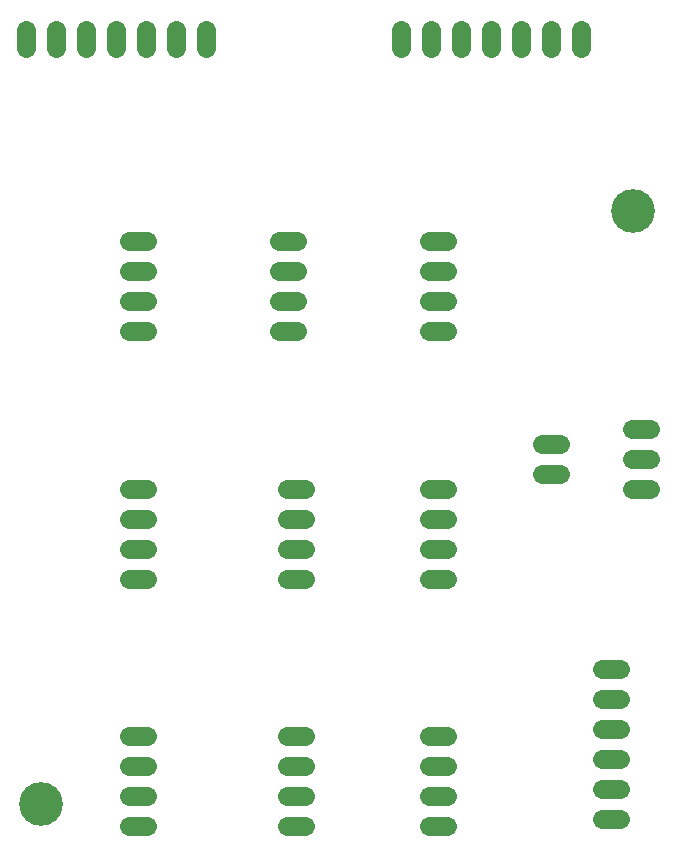
<source format=gbs>
G04 EAGLE Gerber RS-274X export*
G75*
%MOMM*%
%FSLAX34Y34*%
%LPD*%
%INSoldermask Bottom*%
%IPPOS*%
%AMOC8*
5,1,8,0,0,1.08239X$1,22.5*%
G01*
%ADD10C,1.625600*%
%ADD11C,3.701600*%


D10*
X138430Y488950D02*
X153670Y488950D01*
X153670Y514350D02*
X138430Y514350D01*
X138430Y539750D02*
X153670Y539750D01*
X153670Y463550D02*
X138430Y463550D01*
X487680Y342900D02*
X502920Y342900D01*
X502920Y368300D02*
X487680Y368300D01*
X538480Y127000D02*
X553720Y127000D01*
X553720Y152400D02*
X538480Y152400D01*
X538480Y177800D02*
X553720Y177800D01*
X553720Y101600D02*
X538480Y101600D01*
X538480Y76200D02*
X553720Y76200D01*
X553720Y50800D02*
X538480Y50800D01*
X563880Y330200D02*
X579120Y330200D01*
X579120Y355600D02*
X563880Y355600D01*
X563880Y381000D02*
X579120Y381000D01*
D11*
X63500Y63500D03*
X565150Y565150D03*
D10*
X101600Y703580D02*
X101600Y718820D01*
X76200Y718820D02*
X76200Y703580D01*
X50800Y703580D02*
X50800Y718820D01*
X127000Y718820D02*
X127000Y703580D01*
X152400Y703580D02*
X152400Y718820D01*
X177800Y718820D02*
X177800Y703580D01*
X203200Y703580D02*
X203200Y718820D01*
X419100Y718820D02*
X419100Y703580D01*
X393700Y703580D02*
X393700Y718820D01*
X368300Y718820D02*
X368300Y703580D01*
X444500Y703580D02*
X444500Y718820D01*
X469900Y718820D02*
X469900Y703580D01*
X495300Y703580D02*
X495300Y718820D01*
X520700Y718820D02*
X520700Y703580D01*
X280670Y488950D02*
X265430Y488950D01*
X265430Y514350D02*
X280670Y514350D01*
X280670Y539750D02*
X265430Y539750D01*
X265430Y463550D02*
X280670Y463550D01*
X392430Y488950D02*
X407670Y488950D01*
X407670Y514350D02*
X392430Y514350D01*
X392430Y539750D02*
X407670Y539750D01*
X407670Y463550D02*
X392430Y463550D01*
X153670Y279400D02*
X138430Y279400D01*
X138430Y304800D02*
X153670Y304800D01*
X153670Y330200D02*
X138430Y330200D01*
X138430Y254000D02*
X153670Y254000D01*
X271780Y279400D02*
X287020Y279400D01*
X287020Y304800D02*
X271780Y304800D01*
X271780Y330200D02*
X287020Y330200D01*
X287020Y254000D02*
X271780Y254000D01*
X392430Y279400D02*
X407670Y279400D01*
X407670Y304800D02*
X392430Y304800D01*
X392430Y330200D02*
X407670Y330200D01*
X407670Y254000D02*
X392430Y254000D01*
X153670Y69850D02*
X138430Y69850D01*
X138430Y95250D02*
X153670Y95250D01*
X153670Y120650D02*
X138430Y120650D01*
X138430Y44450D02*
X153670Y44450D01*
X271780Y69850D02*
X287020Y69850D01*
X287020Y95250D02*
X271780Y95250D01*
X271780Y120650D02*
X287020Y120650D01*
X287020Y44450D02*
X271780Y44450D01*
X392430Y69850D02*
X407670Y69850D01*
X407670Y95250D02*
X392430Y95250D01*
X392430Y120650D02*
X407670Y120650D01*
X407670Y44450D02*
X392430Y44450D01*
M02*

</source>
